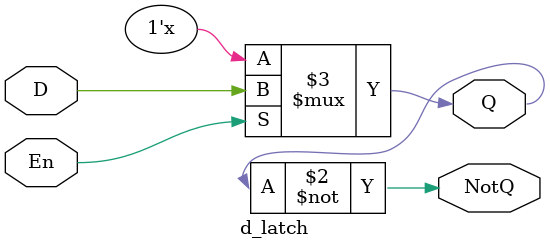
<source format=v>
module d_latch(
    input En, D,
    output reg Q,
    output NotQ
);

    always @(En) begin
        if (En)
            Q <= D;
    end

    assign NotQ = ~Q;

endmodule
</source>
